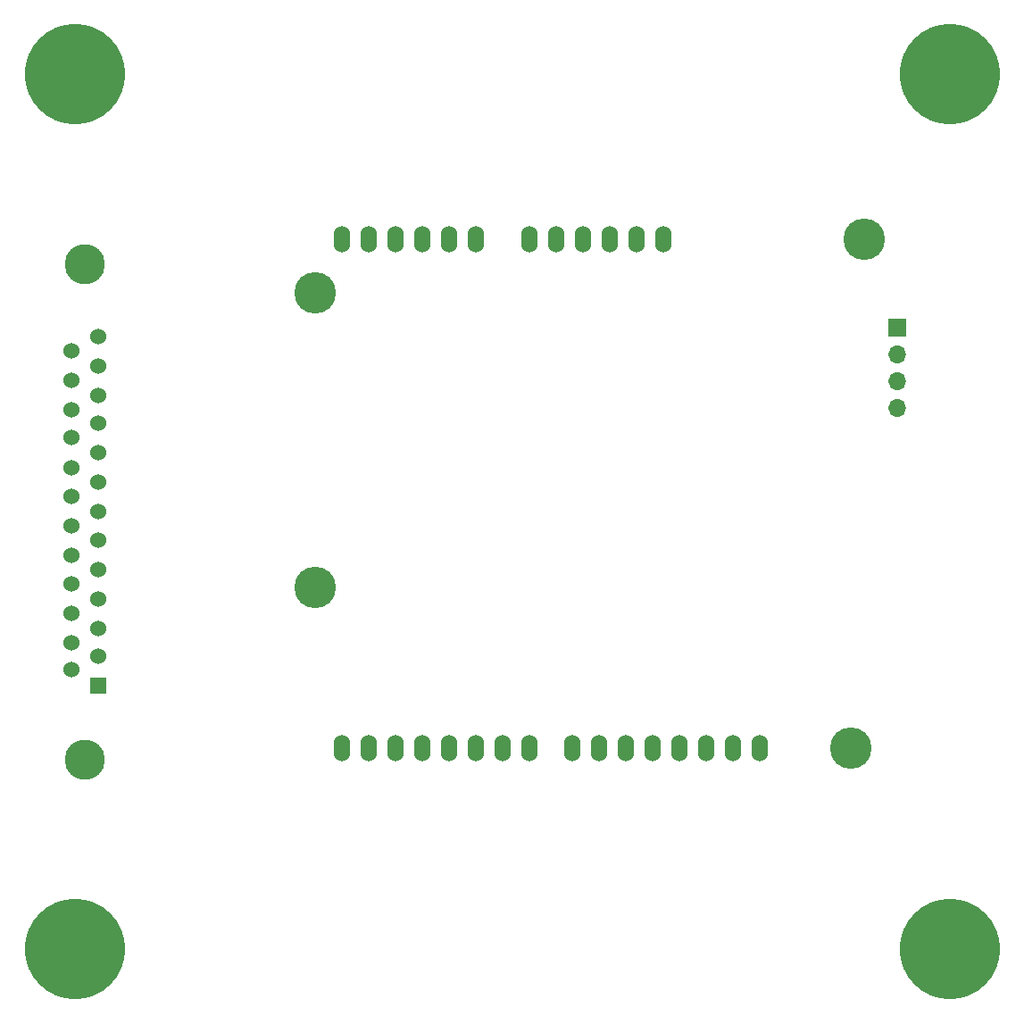
<source format=gbr>
G04 #@! TF.FileFunction,Soldermask,Top*
%FSLAX46Y46*%
G04 Gerber Fmt 4.6, Leading zero omitted, Abs format (unit mm)*
G04 Created by KiCad (PCBNEW (after 2015-mar-04 BZR unknown)-product) date 1/31/2017 4:25:08 PM*
%MOMM*%
G01*
G04 APERTURE LIST*
%ADD10C,0.150000*%
%ADD11O,1.524000X2.540000*%
%ADD12C,3.937000*%
%ADD13C,3.810000*%
%ADD14R,1.524000X1.524000*%
%ADD15C,1.524000*%
%ADD16R,1.700000X1.700000*%
%ADD17O,1.700000X1.700000*%
%ADD18C,9.525000*%
G04 APERTURE END LIST*
D10*
D11*
X41360000Y-31628000D03*
X43900000Y-31628000D03*
X46440000Y-31628000D03*
X54060000Y-31628000D03*
X51520000Y-31628000D03*
X48980000Y-31628000D03*
X59140000Y-31628000D03*
X61680000Y-31628000D03*
X64220000Y-31628000D03*
X69300000Y-31628000D03*
X71840000Y-31628000D03*
X41360000Y-79888000D03*
X43900000Y-79888000D03*
X46440000Y-79888000D03*
X48980000Y-79888000D03*
X51520000Y-79888000D03*
X54060000Y-79888000D03*
X56600000Y-79888000D03*
X59140000Y-79888000D03*
X63204000Y-79888000D03*
X65744000Y-79888000D03*
X68284000Y-79888000D03*
X70824000Y-79888000D03*
X73364000Y-79888000D03*
X75904000Y-79888000D03*
X78444000Y-79888000D03*
X80984000Y-79888000D03*
X66760000Y-31628000D03*
D12*
X38820000Y-36708000D03*
X38820000Y-64648000D03*
X89620000Y-79888000D03*
X90890000Y-31628000D03*
D13*
X17000000Y-34005000D03*
X17000000Y-80995000D03*
D14*
X18270000Y-74010000D03*
D15*
X18270000Y-71216000D03*
X18270000Y-68549000D03*
X18270000Y-65755000D03*
X18270000Y-62961000D03*
X18270000Y-60167000D03*
X18270000Y-57500000D03*
X18270000Y-54706000D03*
X18270000Y-51912000D03*
X18270000Y-49118000D03*
X18270000Y-46451000D03*
X18270000Y-43657000D03*
X18270000Y-40863000D03*
X15730000Y-72435200D03*
X15730000Y-69895200D03*
X15730000Y-67101200D03*
X15730000Y-64358000D03*
X15730000Y-61614800D03*
X15730000Y-58820800D03*
X15730000Y-56077600D03*
X15730000Y-53334400D03*
X15730000Y-50489600D03*
X15730000Y-47797200D03*
X15730000Y-45054000D03*
X15730000Y-42260000D03*
D16*
X94000000Y-40000000D03*
D17*
X94000000Y-42540000D03*
X94000000Y-45080000D03*
X94000000Y-47620000D03*
D18*
X99000000Y-99000000D03*
X16000000Y-99000000D03*
X99000000Y-16000000D03*
X16000000Y-16000000D03*
M02*

</source>
